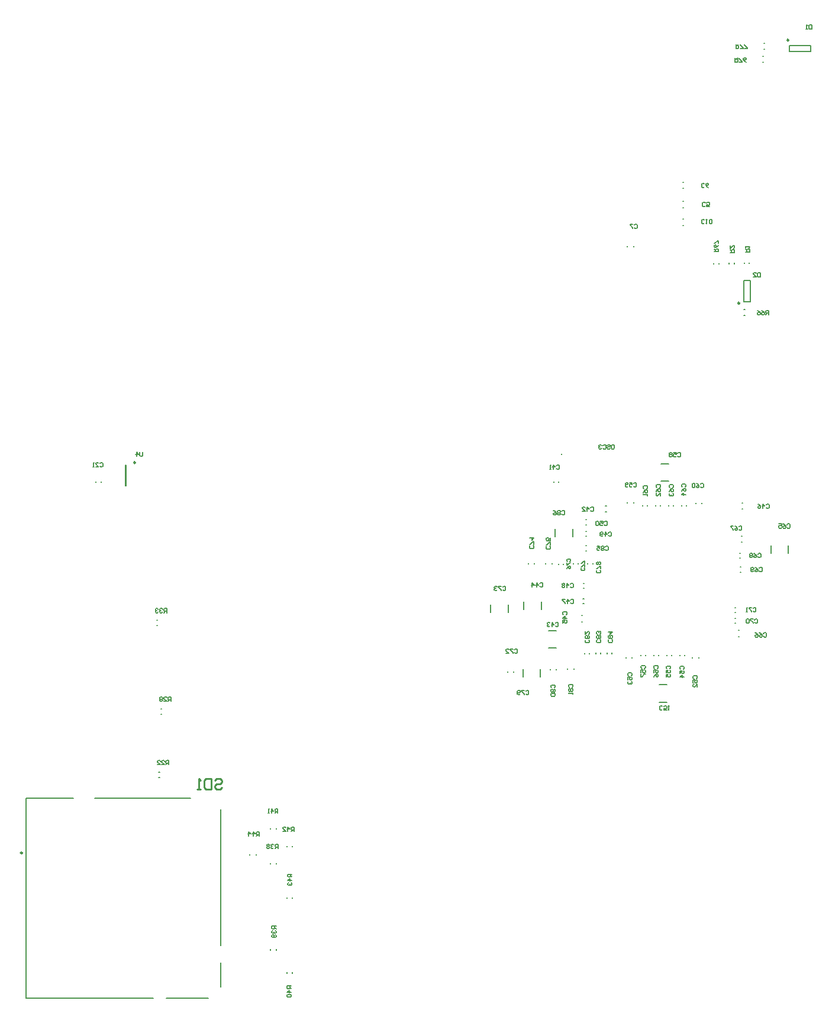
<source format=gbo>
G04 Layer_Color=32896*
%FSLAX44Y44*%
%MOMM*%
G71*
G01*
G75*
%ADD42C,0.2000*%
%ADD48C,0.2540*%
%ADD92C,0.2500*%
%ADD93C,0.3000*%
%ADD97C,0.1500*%
D42*
X208250Y550500D02*
X209250D01*
X208250Y542500D02*
X209250D01*
X214250Y423750D02*
X215250D01*
X214250Y415750D02*
X215250D01*
X211250Y333000D02*
X212250D01*
X211250Y325000D02*
X212250D01*
X776500Y747750D02*
Y748750D01*
X783500Y747750D02*
Y748750D01*
X850500Y705500D02*
X851500D01*
X850500Y713500D02*
X851500D01*
X778500Y670000D02*
Y681000D01*
X803501Y670000D02*
Y681000D01*
X822000Y649750D02*
X823000D01*
X822000Y656750D02*
X823000D01*
X719250Y475750D02*
Y476750D01*
X710250Y475750D02*
Y476750D01*
X1040500Y535750D02*
X1041500D01*
X1040500Y526750D02*
X1041500D01*
X1035750Y552750D02*
X1036750D01*
X1035750Y545750D02*
X1036750D01*
X1035500Y568250D02*
X1036500D01*
X1035500Y561250D02*
X1036500D01*
X1044750Y671000D02*
X1045750D01*
X1044750Y662000D02*
X1045750D01*
X1042500Y646250D02*
X1043500D01*
X1042500Y639250D02*
X1043500D01*
X1042750Y626250D02*
X1043750D01*
X1042750Y619250D02*
X1043750D01*
X1112000Y646250D02*
Y657250D01*
X1087000Y646250D02*
Y657250D01*
X927500Y458000D02*
X938500D01*
X927500Y433000D02*
X938500D01*
X983750Y496000D02*
Y497000D01*
X974750Y496000D02*
Y497000D01*
X963750Y499750D02*
Y500750D01*
X956750Y499750D02*
Y500750D01*
X945083Y499750D02*
Y500750D01*
X938083Y499750D02*
Y500750D01*
X926417Y499750D02*
Y500750D01*
X919417Y499750D02*
Y500750D01*
X907750Y499750D02*
Y500750D01*
X900751Y499750D02*
Y500750D01*
X888500Y496000D02*
Y497000D01*
X879500Y496000D02*
Y497000D01*
X816000Y547750D02*
X817000D01*
X816000Y556750D02*
X817000D01*
X818250Y574000D02*
X819250D01*
X818250Y581000D02*
X819250D01*
X818500Y596250D02*
X819500D01*
X818500Y603250D02*
X819500D01*
X822000Y670250D02*
X823000D01*
X822000Y677250D02*
X823000D01*
X733250Y565500D02*
Y576500D01*
X758250Y565500D02*
Y576500D01*
X822000Y687000D02*
X823000D01*
X822000Y694000D02*
X823000D01*
X1045500Y709250D02*
X1046500D01*
X1045500Y718250D02*
X1046500D01*
X832000Y630750D02*
Y631750D01*
X825000Y630750D02*
Y631750D01*
X811500Y630500D02*
Y631500D01*
X804500Y630500D02*
Y631500D01*
X790000Y630250D02*
Y631250D01*
X783000Y630250D02*
Y631250D01*
X773500Y631000D02*
Y632000D01*
X764500Y631000D02*
Y632000D01*
X748750Y631000D02*
Y632000D01*
X739750Y631000D02*
Y632000D01*
X959250Y714000D02*
Y715000D01*
X966250Y714000D02*
Y715000D01*
X940583Y714000D02*
Y715000D01*
X947583Y714000D02*
Y715000D01*
X921917Y714000D02*
Y715000D01*
X928917Y714000D02*
Y715000D01*
X903250Y714000D02*
Y715000D01*
X910250Y714000D02*
Y715000D01*
X979250Y717250D02*
Y718250D01*
X988250Y717250D02*
Y718250D01*
X881750Y717750D02*
Y718750D01*
X890750Y717750D02*
Y718750D01*
X929750Y774000D02*
X940750D01*
X929750Y749000D02*
X940750D01*
X890750Y1084250D02*
Y1085250D01*
X881750Y1084250D02*
Y1085250D01*
X163500Y772001D02*
X164500D01*
X163500Y743000D02*
X164500D01*
Y772001D01*
X163500Y743000D02*
Y772001D01*
X128750Y747250D02*
Y748250D01*
X120750Y747250D02*
Y748250D01*
X379250Y251750D02*
Y252750D01*
X371250Y251750D02*
Y252750D01*
X402500Y225750D02*
Y226750D01*
X394500Y225750D02*
Y226750D01*
X379249Y201250D02*
Y202250D01*
X371249Y201250D02*
Y202250D01*
X394500Y45250D02*
Y46250D01*
X402500Y45250D02*
Y46250D01*
X379250Y78250D02*
Y79250D01*
X371250Y78250D02*
Y79250D01*
X402500Y152250D02*
Y153250D01*
X394500Y152250D02*
Y153250D01*
X341250Y214500D02*
Y215500D01*
X350250Y214500D02*
Y215500D01*
X1113000Y1363750D02*
X1144000D01*
X1113000Y1372750D02*
X1144000D01*
Y1363750D02*
Y1372750D01*
X1113000Y1363750D02*
Y1372750D01*
X1077250Y1375750D02*
X1078250D01*
X1077250Y1367750D02*
X1078250D01*
X1075500Y1357000D02*
X1076500D01*
X1075500Y1349000D02*
X1076500D01*
X1048500Y994500D02*
X1049500D01*
X1048500Y986500D02*
X1049500D01*
X1057500Y1005750D02*
Y1036750D01*
X1048500Y1005750D02*
Y1036750D01*
X1057500D01*
X1048500Y1005750D02*
X1057500D01*
X1012750Y1059750D02*
Y1060750D01*
X1004750Y1059750D02*
Y1060750D01*
X1034250Y1060500D02*
Y1061500D01*
X1027250Y1060500D02*
Y1061500D01*
X1056250Y1061000D02*
Y1062000D01*
X1049250Y1061000D02*
Y1062000D01*
X961250Y1124250D02*
X962250D01*
X961250Y1115250D02*
X962250D01*
X961250Y1140750D02*
X962250D01*
X961250Y1149750D02*
X962250D01*
X961250Y1177250D02*
X962250D01*
X961250Y1168250D02*
X962250D01*
X711000Y561500D02*
Y572500D01*
X686000Y561500D02*
Y572500D01*
X757250Y469250D02*
Y480250D01*
X732250Y469250D02*
Y480250D01*
X780000Y479500D02*
Y480500D01*
X771000Y479500D02*
Y480500D01*
X805250Y479750D02*
Y480750D01*
X796250Y479750D02*
Y480750D01*
X768750Y535500D02*
X779750D01*
X768750Y510500D02*
X779750D01*
X827500Y502250D02*
Y503250D01*
X820500Y502250D02*
Y503250D01*
X843500Y502500D02*
Y503500D01*
X836500Y502500D02*
Y503500D01*
X859500Y502500D02*
Y503500D01*
X852500Y502500D02*
Y503500D01*
X299345Y84495D02*
Y279795D01*
Y25295D02*
Y60505D01*
X221950Y9675D02*
X281850D01*
X21350D02*
X202950D01*
X21350D02*
Y295675D01*
X89150D01*
X119150D02*
X256650D01*
D48*
X290969Y320894D02*
X293508Y323433D01*
X298587D01*
X301126Y320894D01*
Y318355D01*
X298587Y315816D01*
X293508D01*
X290969Y313276D01*
Y310737D01*
X293508Y308198D01*
X298587D01*
X301126Y310737D01*
X285891Y323433D02*
Y308198D01*
X278273D01*
X275734Y310737D01*
Y320894D01*
X278273Y323433D01*
X285891D01*
X270656Y308198D02*
X265578D01*
X268117D01*
Y323433D01*
X270656Y320894D01*
D92*
X177750Y775750D02*
G03*
X177750Y775750I-1250J0D01*
G01*
X1112500Y1380250D02*
G03*
X1112500Y1380250I-1250J0D01*
G01*
X1042250Y1004000D02*
G03*
X1042250Y1004000I-1250J0D01*
G01*
X16100Y217245D02*
G03*
X16100Y217245I-1270J0D01*
G01*
D93*
X787280Y787470D02*
D03*
D97*
X188188Y790830D02*
Y785832D01*
X187188Y784832D01*
X185189D01*
X184189Y785832D01*
Y790830D01*
X179191Y784832D02*
Y790830D01*
X182190Y787831D01*
X178191D01*
X1037000Y1374250D02*
Y1368252D01*
X1039999D01*
X1040999Y1369252D01*
Y1371251D01*
X1039999Y1372251D01*
X1037000D01*
X1038999D02*
X1040999Y1374250D01*
X1042998Y1368252D02*
X1046997D01*
Y1369252D01*
X1042998Y1373250D01*
Y1374250D01*
X1048996Y1368252D02*
X1052995D01*
Y1369252D01*
X1048996Y1373250D01*
Y1374250D01*
X1035500Y1355000D02*
Y1349002D01*
X1038499D01*
X1039499Y1350002D01*
Y1352001D01*
X1038499Y1353001D01*
X1035500D01*
X1037499D02*
X1039499Y1355000D01*
X1041498Y1349002D02*
X1045497D01*
Y1350002D01*
X1041498Y1354000D01*
Y1355000D01*
X1051495Y1349002D02*
X1049495Y1350002D01*
X1047496Y1352001D01*
Y1354000D01*
X1048496Y1355000D01*
X1050495D01*
X1051495Y1354000D01*
Y1353001D01*
X1050495Y1352001D01*
X1047496D01*
X1005750Y1077500D02*
X1011748D01*
Y1080499D01*
X1010748Y1081499D01*
X1008749D01*
X1007749Y1080499D01*
Y1077500D01*
Y1079499D02*
X1005750Y1081499D01*
X1011748Y1087497D02*
X1010748Y1085497D01*
X1008749Y1083498D01*
X1006750D01*
X1005750Y1084498D01*
Y1086497D01*
X1006750Y1087497D01*
X1007749D01*
X1008749Y1086497D01*
Y1083498D01*
X1011748Y1089496D02*
Y1093495D01*
X1010748D01*
X1006750Y1089496D01*
X1005750D01*
X1083500Y987500D02*
Y993498D01*
X1080501D01*
X1079501Y992498D01*
Y990499D01*
X1080501Y989499D01*
X1083500D01*
X1081501D02*
X1079501Y987500D01*
X1073503Y993498D02*
X1075503Y992498D01*
X1077502Y990499D01*
Y988500D01*
X1076502Y987500D01*
X1074503D01*
X1073503Y988500D01*
Y989499D01*
X1074503Y990499D01*
X1077502D01*
X1067505Y993498D02*
X1069504Y992498D01*
X1071504Y990499D01*
Y988500D01*
X1070504Y987500D01*
X1068505D01*
X1067505Y988500D01*
Y989499D01*
X1068505Y990499D01*
X1071504D01*
X354946Y241344D02*
Y247342D01*
X351947D01*
X350947Y246342D01*
Y244343D01*
X351947Y243343D01*
X354946D01*
X352947D02*
X350947Y241344D01*
X345949D02*
Y247342D01*
X348948Y244343D01*
X344949D01*
X339951Y241344D02*
Y247342D01*
X342950Y244343D01*
X338951D01*
X401750Y186750D02*
X395752D01*
Y183751D01*
X396752Y182751D01*
X398751D01*
X399751Y183751D01*
Y186750D01*
Y184751D02*
X401750Y182751D01*
Y177753D02*
X395752D01*
X398751Y180752D01*
Y176753D01*
X396752Y174754D02*
X395752Y173754D01*
Y171755D01*
X396752Y170755D01*
X397752D01*
X398751Y171755D01*
Y172754D01*
Y171755D01*
X399751Y170755D01*
X400751D01*
X401750Y171755D01*
Y173754D01*
X400751Y174754D01*
X404638Y248158D02*
Y254156D01*
X401639D01*
X400639Y253156D01*
Y251157D01*
X401639Y250157D01*
X404638D01*
X402639D02*
X400639Y248158D01*
X395641D02*
Y254156D01*
X398640Y251157D01*
X394641D01*
X388643Y248158D02*
X392642D01*
X388643Y252157D01*
Y253156D01*
X389643Y254156D01*
X391642D01*
X392642Y253156D01*
X381390Y274194D02*
Y280192D01*
X378391D01*
X377391Y279192D01*
Y277193D01*
X378391Y276193D01*
X381390D01*
X379390D02*
X377391Y274194D01*
X372393D02*
Y280192D01*
X375392Y277193D01*
X371393D01*
X369394Y274194D02*
X367394D01*
X368394D01*
Y280192D01*
X369394Y279192D01*
X400750Y26750D02*
X394752D01*
Y23751D01*
X395752Y22751D01*
X397751D01*
X398751Y23751D01*
Y26750D01*
Y24751D02*
X400750Y22751D01*
Y17753D02*
X394752D01*
X397751Y20752D01*
Y16753D01*
X395752Y14754D02*
X394752Y13754D01*
Y11755D01*
X395752Y10755D01*
X399750D01*
X400750Y11755D01*
Y13754D01*
X399750Y14754D01*
X395752D01*
X379000Y112250D02*
X373002D01*
Y109251D01*
X374002Y108251D01*
X376001D01*
X377001Y109251D01*
Y112250D01*
Y110251D02*
X379000Y108251D01*
X374002Y106252D02*
X373002Y105252D01*
Y103253D01*
X374002Y102253D01*
X375001D01*
X376001Y103253D01*
Y104253D01*
Y103253D01*
X377001Y102253D01*
X378000D01*
X379000Y103253D01*
Y105252D01*
X378000Y106252D01*
Y100254D02*
X379000Y99254D01*
Y97255D01*
X378000Y96255D01*
X374002D01*
X373002Y97255D01*
Y99254D01*
X374002Y100254D01*
X375001D01*
X376001Y99254D01*
Y96255D01*
X381516Y223616D02*
Y229614D01*
X378517D01*
X377517Y228614D01*
Y226615D01*
X378517Y225615D01*
X381516D01*
X379516D02*
X377517Y223616D01*
X375518Y228614D02*
X374518Y229614D01*
X372519D01*
X371519Y228614D01*
Y227615D01*
X372519Y226615D01*
X373518D01*
X372519D01*
X371519Y225615D01*
Y224616D01*
X372519Y223616D01*
X374518D01*
X375518Y224616D01*
X369520Y228614D02*
X368520Y229614D01*
X366520D01*
X365521Y228614D01*
Y227615D01*
X366520Y226615D01*
X365521Y225615D01*
Y224616D01*
X366520Y223616D01*
X368520D01*
X369520Y224616D01*
Y225615D01*
X368520Y226615D01*
X369520Y227615D01*
Y228614D01*
X368520Y226615D02*
X366520D01*
X222384Y560926D02*
Y566924D01*
X219385D01*
X218385Y565925D01*
Y563925D01*
X219385Y562926D01*
X222384D01*
X220385D02*
X218385Y560926D01*
X216386Y565925D02*
X215386Y566924D01*
X213387D01*
X212387Y565925D01*
Y564925D01*
X213387Y563925D01*
X214387D01*
X213387D01*
X212387Y562926D01*
Y561926D01*
X213387Y560926D01*
X215386D01*
X216386Y561926D01*
X210388Y565925D02*
X209388Y566924D01*
X207389D01*
X206389Y565925D01*
Y564925D01*
X207389Y563925D01*
X208389D01*
X207389D01*
X206389Y562926D01*
Y561926D01*
X207389Y560926D01*
X209388D01*
X210388Y561926D01*
X228480Y434180D02*
Y440178D01*
X225481D01*
X224481Y439179D01*
Y437179D01*
X225481Y436180D01*
X228480D01*
X226481D02*
X224481Y434180D01*
X218483D02*
X222482D01*
X218483Y438179D01*
Y439179D01*
X219483Y440178D01*
X221482D01*
X222482Y439179D01*
X216484D02*
X215484Y440178D01*
X213485D01*
X212485Y439179D01*
Y438179D01*
X213485Y437179D01*
X212485Y436180D01*
Y435180D01*
X213485Y434180D01*
X215484D01*
X216484Y435180D01*
Y436180D01*
X215484Y437179D01*
X216484Y438179D01*
Y439179D01*
X215484Y437179D02*
X213485D01*
X225444Y343438D02*
Y349436D01*
X222445D01*
X221445Y348437D01*
Y346437D01*
X222445Y345438D01*
X225444D01*
X223445D02*
X221445Y343438D01*
X215447D02*
X219446D01*
X215447Y347437D01*
Y348437D01*
X216447Y349436D01*
X218446D01*
X219446Y348437D01*
X209449Y343438D02*
X213448D01*
X209449Y347437D01*
Y348437D01*
X210449Y349436D01*
X212448D01*
X213448Y348437D01*
X1028750Y1076500D02*
X1034748D01*
Y1079499D01*
X1033748Y1080499D01*
X1031749D01*
X1030749Y1079499D01*
Y1076500D01*
Y1078499D02*
X1028750Y1080499D01*
Y1086497D02*
Y1082498D01*
X1032749Y1086497D01*
X1033748D01*
X1034748Y1085497D01*
Y1083498D01*
X1033748Y1082498D01*
X1050750Y1077250D02*
X1056748D01*
Y1080249D01*
X1055748Y1081249D01*
X1053749D01*
X1052749Y1080249D01*
Y1077250D01*
Y1079249D02*
X1050750Y1081249D01*
Y1083248D02*
Y1085247D01*
Y1084248D01*
X1056748D01*
X1055748Y1083248D01*
X859683Y801430D02*
X861682D01*
X862682Y800430D01*
Y796432D01*
X861682Y795432D01*
X859683D01*
X858683Y796432D01*
Y800430D01*
X859683Y801430D01*
X852685Y800430D02*
X853685Y801430D01*
X855684D01*
X856684Y800430D01*
Y799431D01*
X855684Y798431D01*
X853685D01*
X852685Y797431D01*
Y796432D01*
X853685Y795432D01*
X855684D01*
X856684Y796432D01*
X846687Y800430D02*
X847687Y801430D01*
X849686D01*
X850686Y800430D01*
Y796432D01*
X849686Y795432D01*
X847687D01*
X846687Y796432D01*
X844688Y800430D02*
X843688Y801430D01*
X841689D01*
X840689Y800430D01*
Y799431D01*
X841689Y798431D01*
X842689D01*
X841689D01*
X840689Y797431D01*
Y796432D01*
X841689Y795432D01*
X843688D01*
X844688Y796432D01*
X1071750Y1047498D02*
Y1041500D01*
X1068751D01*
X1067751Y1042500D01*
Y1046498D01*
X1068751Y1047498D01*
X1071750D01*
X1061753Y1041500D02*
X1065752D01*
X1061753Y1045499D01*
Y1046498D01*
X1062753Y1047498D01*
X1064752D01*
X1065752Y1046498D01*
X1145354Y1401990D02*
Y1395992D01*
X1142355D01*
X1141355Y1396992D01*
Y1400990D01*
X1142355Y1401990D01*
X1145354D01*
X1139356Y1395992D02*
X1137357D01*
X1138356D01*
Y1401990D01*
X1139356Y1400990D01*
X787751Y705998D02*
X788751Y706998D01*
X790750D01*
X791750Y705998D01*
Y702000D01*
X790750Y701000D01*
X788751D01*
X787751Y702000D01*
X785752Y705998D02*
X784752Y706998D01*
X782753D01*
X781753Y705998D01*
Y704999D01*
X782753Y703999D01*
X781753Y702999D01*
Y702000D01*
X782753Y701000D01*
X784752D01*
X785752Y702000D01*
Y702999D01*
X784752Y703999D01*
X785752Y704999D01*
Y705998D01*
X784752Y703999D02*
X782753D01*
X775755Y706998D02*
X777755Y705998D01*
X779754Y703999D01*
Y702000D01*
X778754Y701000D01*
X776755D01*
X775755Y702000D01*
Y702999D01*
X776755Y703999D01*
X779754D01*
X850001Y655248D02*
X851001Y656248D01*
X853000D01*
X854000Y655248D01*
Y651250D01*
X853000Y650250D01*
X851001D01*
X850001Y651250D01*
X848002Y655248D02*
X847002Y656248D01*
X845003D01*
X844003Y655248D01*
Y654249D01*
X845003Y653249D01*
X844003Y652249D01*
Y651250D01*
X845003Y650250D01*
X847002D01*
X848002Y651250D01*
Y652249D01*
X847002Y653249D01*
X848002Y654249D01*
Y655248D01*
X847002Y653249D02*
X845003D01*
X838005Y656248D02*
X842004D01*
Y653249D01*
X840005Y654249D01*
X839005D01*
X838005Y653249D01*
Y651250D01*
X839005Y650250D01*
X841004D01*
X842004Y651250D01*
X858998Y522499D02*
X859998Y521499D01*
Y519500D01*
X858998Y518500D01*
X855000D01*
X854000Y519500D01*
Y521499D01*
X855000Y522499D01*
X858998Y524498D02*
X859998Y525498D01*
Y527497D01*
X858998Y528497D01*
X857999D01*
X856999Y527497D01*
X855999Y528497D01*
X855000D01*
X854000Y527497D01*
Y525498D01*
X855000Y524498D01*
X855999D01*
X856999Y525498D01*
X857999Y524498D01*
X858998D01*
X856999Y525498D02*
Y527497D01*
X854000Y533495D02*
X859998D01*
X856999Y530496D01*
Y534495D01*
X842748Y522249D02*
X843748Y521249D01*
Y519250D01*
X842748Y518250D01*
X838750D01*
X837750Y519250D01*
Y521249D01*
X838750Y522249D01*
X842748Y524248D02*
X843748Y525248D01*
Y527247D01*
X842748Y528247D01*
X841749D01*
X840749Y527247D01*
X839749Y528247D01*
X838750D01*
X837750Y527247D01*
Y525248D01*
X838750Y524248D01*
X839749D01*
X840749Y525248D01*
X841749Y524248D01*
X842748D01*
X840749Y525248D02*
Y527247D01*
X842748Y530246D02*
X843748Y531246D01*
Y533245D01*
X842748Y534245D01*
X841749D01*
X840749Y533245D01*
Y532245D01*
Y533245D01*
X839749Y534245D01*
X838750D01*
X837750Y533245D01*
Y531246D01*
X838750Y530246D01*
X826498Y521999D02*
X827498Y520999D01*
Y519000D01*
X826498Y518000D01*
X822500D01*
X821500Y519000D01*
Y520999D01*
X822500Y521999D01*
X826498Y523998D02*
X827498Y524998D01*
Y526997D01*
X826498Y527997D01*
X825499D01*
X824499Y526997D01*
X823499Y527997D01*
X822500D01*
X821500Y526997D01*
Y524998D01*
X822500Y523998D01*
X823499D01*
X824499Y524998D01*
X825499Y523998D01*
X826498D01*
X824499Y524998D02*
Y526997D01*
X821500Y533995D02*
Y529996D01*
X825499Y533995D01*
X826498D01*
X827498Y532995D01*
Y530996D01*
X826498Y529996D01*
X798502Y454251D02*
X797502Y455251D01*
Y457250D01*
X798502Y458250D01*
X802500D01*
X803500Y457250D01*
Y455251D01*
X802500Y454251D01*
X798502Y452252D02*
X797502Y451252D01*
Y449253D01*
X798502Y448253D01*
X799501D01*
X800501Y449253D01*
X801501Y448253D01*
X802500D01*
X803500Y449253D01*
Y451252D01*
X802500Y452252D01*
X801501D01*
X800501Y451252D01*
X799501Y452252D01*
X798502D01*
X800501Y451252D02*
Y449253D01*
X803500Y446254D02*
Y444254D01*
Y445254D01*
X797502D01*
X798502Y446254D01*
X773252Y453501D02*
X772252Y454501D01*
Y456500D01*
X773252Y457500D01*
X777250D01*
X778250Y456500D01*
Y454501D01*
X777250Y453501D01*
X773252Y451502D02*
X772252Y450502D01*
Y448503D01*
X773252Y447503D01*
X774251D01*
X775251Y448503D01*
X776251Y447503D01*
X777250D01*
X778250Y448503D01*
Y450502D01*
X777250Y451502D01*
X776251D01*
X775251Y450502D01*
X774251Y451502D01*
X773252D01*
X775251Y450502D02*
Y448503D01*
X773252Y445504D02*
X772252Y444504D01*
Y442505D01*
X773252Y441505D01*
X777250D01*
X778250Y442505D01*
Y444504D01*
X777250Y445504D01*
X773252D01*
X736251Y448498D02*
X737251Y449498D01*
X739250D01*
X740250Y448498D01*
Y444500D01*
X739250Y443500D01*
X737251D01*
X736251Y444500D01*
X734252Y449498D02*
X730253D01*
Y448498D01*
X734252Y444500D01*
Y443500D01*
X728254Y444500D02*
X727254Y443500D01*
X725255D01*
X724255Y444500D01*
Y448498D01*
X725255Y449498D01*
X727254D01*
X728254Y448498D01*
Y447499D01*
X727254Y446499D01*
X724255D01*
X842248Y621749D02*
X843248Y620749D01*
Y618750D01*
X842248Y617750D01*
X838250D01*
X837250Y618750D01*
Y620749D01*
X838250Y621749D01*
X843248Y623748D02*
Y627747D01*
X842248D01*
X838250Y623748D01*
X837250D01*
X842248Y629746D02*
X843248Y630746D01*
Y632745D01*
X842248Y633745D01*
X841249D01*
X840249Y632745D01*
X839249Y633745D01*
X838250D01*
X837250Y632745D01*
Y630746D01*
X838250Y629746D01*
X839249D01*
X840249Y630746D01*
X841249Y629746D01*
X842248D01*
X840249Y630746D02*
Y632745D01*
X819915Y624832D02*
X820748Y623999D01*
Y622333D01*
X819915Y621500D01*
X816583D01*
X815750Y622333D01*
Y623999D01*
X816583Y624832D01*
X820748Y626498D02*
Y629831D01*
X819915D01*
X816583Y626498D01*
X815750D01*
X820748Y631497D02*
Y634829D01*
X819915D01*
X816583Y631497D01*
X815750D01*
X795585Y633918D02*
X794752Y634751D01*
Y636417D01*
X795585Y637250D01*
X798917D01*
X799750Y636417D01*
Y634751D01*
X798917Y633918D01*
X794752Y632252D02*
Y628919D01*
X795585D01*
X798917Y632252D01*
X799750D01*
X794752Y623921D02*
X795585Y625587D01*
X797251Y627253D01*
X798917D01*
X799750Y626420D01*
Y624754D01*
X798917Y623921D01*
X798084D01*
X797251Y624754D01*
Y627253D01*
X770248Y656249D02*
X771248Y655249D01*
Y653250D01*
X770248Y652250D01*
X766250D01*
X765250Y653250D01*
Y655249D01*
X766250Y656249D01*
X771248Y658248D02*
Y662247D01*
X770248D01*
X766250Y658248D01*
X765250D01*
X771248Y668245D02*
Y664246D01*
X768249D01*
X769249Y666245D01*
Y667245D01*
X768249Y668245D01*
X766250D01*
X765250Y667245D01*
Y665246D01*
X766250Y664246D01*
X746748Y656999D02*
X747748Y655999D01*
Y654000D01*
X746748Y653000D01*
X742750D01*
X741750Y654000D01*
Y655999D01*
X742750Y656999D01*
X747748Y658998D02*
Y662997D01*
X746748D01*
X742750Y658998D01*
X741750D01*
Y667995D02*
X747748D01*
X744749Y664996D01*
Y668995D01*
X703251Y597748D02*
X704251Y598748D01*
X706250D01*
X707250Y597748D01*
Y593750D01*
X706250Y592750D01*
X704251D01*
X703251Y593750D01*
X701252Y598748D02*
X697253D01*
Y597748D01*
X701252Y593750D01*
Y592750D01*
X695254Y597748D02*
X694254Y598748D01*
X692255D01*
X691255Y597748D01*
Y596749D01*
X692255Y595749D01*
X693254D01*
X692255D01*
X691255Y594749D01*
Y593750D01*
X692255Y592750D01*
X694254D01*
X695254Y593750D01*
X720117Y507690D02*
X721117Y508690D01*
X723116D01*
X724116Y507690D01*
Y503692D01*
X723116Y502692D01*
X721117D01*
X720117Y503692D01*
X718118Y508690D02*
X714119D01*
Y507690D01*
X718118Y503692D01*
Y502692D01*
X708121D02*
X712120D01*
X708121Y506691D01*
Y507690D01*
X709121Y508690D01*
X711120D01*
X712120Y507690D01*
X1061501Y567249D02*
X1062501Y568248D01*
X1064501D01*
X1065500Y567249D01*
Y563250D01*
X1064501Y562250D01*
X1062501D01*
X1061501Y563250D01*
X1059502Y568248D02*
X1055503D01*
Y567249D01*
X1059502Y563250D01*
Y562250D01*
X1053504D02*
X1051505D01*
X1052504D01*
Y568248D01*
X1053504Y567249D01*
X1063751Y550748D02*
X1064751Y551748D01*
X1066750D01*
X1067750Y550748D01*
Y546750D01*
X1066750Y545750D01*
X1064751D01*
X1063751Y546750D01*
X1061752Y551748D02*
X1057753D01*
Y550748D01*
X1061752Y546750D01*
Y545750D01*
X1055754Y550748D02*
X1054754Y551748D01*
X1052755D01*
X1051755Y550748D01*
Y546750D01*
X1052755Y545750D01*
X1054754D01*
X1055754Y546750D01*
Y550748D01*
X1070251Y624748D02*
X1071251Y625748D01*
X1073250D01*
X1074250Y624748D01*
Y620750D01*
X1073250Y619750D01*
X1071251D01*
X1070251Y620750D01*
X1064253Y625748D02*
X1066253Y624748D01*
X1068252Y622749D01*
Y620750D01*
X1067252Y619750D01*
X1065253D01*
X1064253Y620750D01*
Y621749D01*
X1065253Y622749D01*
X1068252D01*
X1062254Y620750D02*
X1061254Y619750D01*
X1059255D01*
X1058255Y620750D01*
Y624748D01*
X1059255Y625748D01*
X1061254D01*
X1062254Y624748D01*
Y623749D01*
X1061254Y622749D01*
X1058255D01*
X1068501Y644748D02*
X1069501Y645748D01*
X1071500D01*
X1072500Y644748D01*
Y640750D01*
X1071500Y639750D01*
X1069501D01*
X1068501Y640750D01*
X1062503Y645748D02*
X1064503Y644748D01*
X1066502Y642749D01*
Y640750D01*
X1065502Y639750D01*
X1063503D01*
X1062503Y640750D01*
Y641749D01*
X1063503Y642749D01*
X1066502D01*
X1060504Y644748D02*
X1059504Y645748D01*
X1057505D01*
X1056505Y644748D01*
Y643749D01*
X1057505Y642749D01*
X1056505Y641749D01*
Y640750D01*
X1057505Y639750D01*
X1059504D01*
X1060504Y640750D01*
Y641749D01*
X1059504Y642749D01*
X1060504Y643749D01*
Y644748D01*
X1059504Y642749D02*
X1057505D01*
X1041251Y683998D02*
X1042251Y684998D01*
X1044250D01*
X1045250Y683998D01*
Y680000D01*
X1044250Y679000D01*
X1042251D01*
X1041251Y680000D01*
X1035253Y684998D02*
X1037253Y683998D01*
X1039252Y681999D01*
Y680000D01*
X1038252Y679000D01*
X1036253D01*
X1035253Y680000D01*
Y680999D01*
X1036253Y681999D01*
X1039252D01*
X1033254Y684998D02*
X1029255D01*
Y683998D01*
X1033254Y680000D01*
Y679000D01*
X1076501Y531248D02*
X1077501Y532248D01*
X1079500D01*
X1080500Y531248D01*
Y527250D01*
X1079500Y526250D01*
X1077501D01*
X1076501Y527250D01*
X1070503Y532248D02*
X1072503Y531248D01*
X1074502Y529249D01*
Y527250D01*
X1073502Y526250D01*
X1071503D01*
X1070503Y527250D01*
Y528249D01*
X1071503Y529249D01*
X1074502D01*
X1064505Y532248D02*
X1066505Y531248D01*
X1068504Y529249D01*
Y527250D01*
X1067504Y526250D01*
X1065505D01*
X1064505Y527250D01*
Y528249D01*
X1065505Y529249D01*
X1068504D01*
X1110291Y686996D02*
X1111291Y687996D01*
X1113290D01*
X1114290Y686996D01*
Y682998D01*
X1113290Y681998D01*
X1111291D01*
X1110291Y682998D01*
X1104293Y687996D02*
X1106293Y686996D01*
X1108292Y684997D01*
Y682998D01*
X1107292Y681998D01*
X1105293D01*
X1104293Y682998D01*
Y683997D01*
X1105293Y684997D01*
X1108292D01*
X1098295Y687996D02*
X1102294D01*
Y684997D01*
X1100294Y685997D01*
X1099295D01*
X1098295Y684997D01*
Y682998D01*
X1099295Y681998D01*
X1101294D01*
X1102294Y682998D01*
X960252Y740751D02*
X959252Y741751D01*
Y743750D01*
X960252Y744750D01*
X964250D01*
X965250Y743750D01*
Y741751D01*
X964250Y740751D01*
X959252Y734753D02*
X960252Y736753D01*
X962251Y738752D01*
X964250D01*
X965250Y737752D01*
Y735753D01*
X964250Y734753D01*
X963251D01*
X962251Y735753D01*
Y738752D01*
X965250Y729755D02*
X959252D01*
X962251Y732754D01*
Y728755D01*
X942335Y740001D02*
X941335Y741001D01*
Y743000D01*
X942335Y744000D01*
X946334D01*
X947333Y743000D01*
Y741001D01*
X946334Y740001D01*
X941335Y734003D02*
X942335Y736003D01*
X944334Y738002D01*
X946334D01*
X947333Y737002D01*
Y735003D01*
X946334Y734003D01*
X945334D01*
X944334Y735003D01*
Y738002D01*
X942335Y732004D02*
X941335Y731004D01*
Y729005D01*
X942335Y728005D01*
X943335D01*
X944334Y729005D01*
Y730005D01*
Y729005D01*
X945334Y728005D01*
X946334D01*
X947333Y729005D01*
Y731004D01*
X946334Y732004D01*
X923668Y740251D02*
X922669Y741251D01*
Y743250D01*
X923668Y744250D01*
X927667D01*
X928667Y743250D01*
Y741251D01*
X927667Y740251D01*
X922669Y734253D02*
X923668Y736253D01*
X925668Y738252D01*
X927667D01*
X928667Y737252D01*
Y735253D01*
X927667Y734253D01*
X926667D01*
X925668Y735253D01*
Y738252D01*
X928667Y728255D02*
Y732254D01*
X924668Y728255D01*
X923668D01*
X922669Y729255D01*
Y731254D01*
X923668Y732254D01*
X905002Y738501D02*
X904002Y739501D01*
Y741500D01*
X905002Y742500D01*
X909000D01*
X910000Y741500D01*
Y739501D01*
X909000Y738501D01*
X904002Y732503D02*
X905002Y734503D01*
X907001Y736502D01*
X909000D01*
X910000Y735502D01*
Y733503D01*
X909000Y732503D01*
X908001D01*
X907001Y733503D01*
Y736502D01*
X910000Y730504D02*
Y728505D01*
Y729504D01*
X904002D01*
X905002Y730504D01*
X986251Y744999D02*
X987251Y745998D01*
X989250D01*
X990250Y744999D01*
Y741000D01*
X989250Y740000D01*
X987251D01*
X986251Y741000D01*
X980253Y745998D02*
X982253Y744999D01*
X984252Y742999D01*
Y741000D01*
X983252Y740000D01*
X981253D01*
X980253Y741000D01*
Y742000D01*
X981253Y742999D01*
X984252D01*
X978254Y744999D02*
X977254Y745998D01*
X975255D01*
X974255Y744999D01*
Y741000D01*
X975255Y740000D01*
X977254D01*
X978254Y741000D01*
Y744999D01*
X890501Y745998D02*
X891501Y746998D01*
X893500D01*
X894500Y745998D01*
Y742000D01*
X893500Y741000D01*
X891501D01*
X890501Y742000D01*
X884503Y746998D02*
X888502D01*
Y743999D01*
X886503Y744999D01*
X885503D01*
X884503Y743999D01*
Y742000D01*
X885503Y741000D01*
X887502D01*
X888502Y742000D01*
X882504D02*
X881504Y741000D01*
X879505D01*
X878505Y742000D01*
Y745998D01*
X879505Y746998D01*
X881504D01*
X882504Y745998D01*
Y744999D01*
X881504Y743999D01*
X878505D01*
X953481Y789330D02*
X954481Y790330D01*
X956480D01*
X957480Y789330D01*
Y785332D01*
X956480Y784332D01*
X954481D01*
X953481Y785332D01*
X947483Y790330D02*
X951482D01*
Y787331D01*
X949483Y788331D01*
X948483D01*
X947483Y787331D01*
Y785332D01*
X948483Y784332D01*
X950482D01*
X951482Y785332D01*
X945484Y789330D02*
X944484Y790330D01*
X942485D01*
X941485Y789330D01*
Y788331D01*
X942485Y787331D01*
X941485Y786331D01*
Y785332D01*
X942485Y784332D01*
X944484D01*
X945484Y785332D01*
Y786331D01*
X944484Y787331D01*
X945484Y788331D01*
Y789330D01*
X944484Y787331D02*
X942485D01*
X902252Y481251D02*
X901252Y482251D01*
Y484250D01*
X902252Y485250D01*
X906251D01*
X907250Y484250D01*
Y482251D01*
X906251Y481251D01*
X901252Y475253D02*
Y479252D01*
X904251D01*
X903251Y477253D01*
Y476253D01*
X904251Y475253D01*
X906251D01*
X907250Y476253D01*
Y478252D01*
X906251Y479252D01*
X901252Y473254D02*
Y469255D01*
X902252D01*
X906251Y473254D01*
X907250D01*
X920668Y481001D02*
X919669Y482001D01*
Y484000D01*
X920668Y485000D01*
X924667D01*
X925667Y484000D01*
Y482001D01*
X924667Y481001D01*
X919669Y475003D02*
Y479002D01*
X922668D01*
X921668Y477003D01*
Y476003D01*
X922668Y475003D01*
X924667D01*
X925667Y476003D01*
Y478002D01*
X924667Y479002D01*
X919669Y469005D02*
X920668Y471005D01*
X922668Y473004D01*
X924667D01*
X925667Y472004D01*
Y470005D01*
X924667Y469005D01*
X923667D01*
X922668Y470005D01*
Y473004D01*
X938085Y480751D02*
X937085Y481751D01*
Y483750D01*
X938085Y484750D01*
X942084D01*
X943083Y483750D01*
Y481751D01*
X942084Y480751D01*
X937085Y474753D02*
Y478752D01*
X940084D01*
X939085Y476753D01*
Y475753D01*
X940084Y474753D01*
X942084D01*
X943083Y475753D01*
Y477752D01*
X942084Y478752D01*
X937085Y468755D02*
Y472754D01*
X940084D01*
X939085Y470755D01*
Y469755D01*
X940084Y468755D01*
X942084D01*
X943083Y469755D01*
Y471754D01*
X942084Y472754D01*
X957751Y480001D02*
X956752Y481001D01*
Y483000D01*
X957751Y484000D01*
X961750D01*
X962750Y483000D01*
Y481001D01*
X961750Y480001D01*
X956752Y474003D02*
Y478002D01*
X959751D01*
X958751Y476003D01*
Y475003D01*
X959751Y474003D01*
X961750D01*
X962750Y475003D01*
Y477002D01*
X961750Y478002D01*
X962750Y469005D02*
X956752D01*
X959751Y472004D01*
Y468005D01*
X883502Y470751D02*
X882502Y471751D01*
Y473750D01*
X883502Y474750D01*
X887500D01*
X888500Y473750D01*
Y471751D01*
X887500Y470751D01*
X882502Y464753D02*
Y468752D01*
X885501D01*
X884501Y466753D01*
Y465753D01*
X885501Y464753D01*
X887500D01*
X888500Y465753D01*
Y467752D01*
X887500Y468752D01*
X883502Y462754D02*
X882502Y461754D01*
Y459755D01*
X883502Y458755D01*
X884501D01*
X885501Y459755D01*
Y460755D01*
Y459755D01*
X886501Y458755D01*
X887500D01*
X888500Y459755D01*
Y461754D01*
X887500Y462754D01*
X976752Y466751D02*
X975752Y467751D01*
Y469750D01*
X976752Y470750D01*
X980750D01*
X981750Y469750D01*
Y467751D01*
X980750Y466751D01*
X975752Y460753D02*
Y464752D01*
X978751D01*
X977751Y462752D01*
Y461753D01*
X978751Y460753D01*
X980750D01*
X981750Y461753D01*
Y463752D01*
X980750Y464752D01*
X981750Y454755D02*
Y458754D01*
X977751Y454755D01*
X976752D01*
X975752Y455755D01*
Y457754D01*
X976752Y458754D01*
X931749Y422502D02*
X930749Y421502D01*
X928750D01*
X927750Y422502D01*
Y426500D01*
X928750Y427500D01*
X930749D01*
X931749Y426500D01*
X937747Y421502D02*
X933748D01*
Y424501D01*
X935748Y423501D01*
X936747D01*
X937747Y424501D01*
Y426500D01*
X936747Y427500D01*
X934748D01*
X933748Y426500D01*
X939746Y427500D02*
X941746D01*
X940746D01*
Y421502D01*
X939746Y422502D01*
X848501Y690748D02*
X849501Y691748D01*
X851500D01*
X852500Y690748D01*
Y686750D01*
X851500Y685750D01*
X849501D01*
X848501Y686750D01*
X842503Y691748D02*
X846502D01*
Y688749D01*
X844503Y689749D01*
X843503D01*
X842503Y688749D01*
Y686750D01*
X843503Y685750D01*
X845502D01*
X846502Y686750D01*
X840504Y690748D02*
X839504Y691748D01*
X837505D01*
X836505Y690748D01*
Y686750D01*
X837505Y685750D01*
X839504D01*
X840504Y686750D01*
Y690748D01*
X854751Y675248D02*
X855751Y676248D01*
X857750D01*
X858750Y675248D01*
Y671250D01*
X857750Y670250D01*
X855751D01*
X854751Y671250D01*
X849753Y670250D02*
Y676248D01*
X852752Y673249D01*
X848753D01*
X846754Y671250D02*
X845754Y670250D01*
X843755D01*
X842755Y671250D01*
Y675248D01*
X843755Y676248D01*
X845754D01*
X846754Y675248D01*
Y674249D01*
X845754Y673249D01*
X842755D01*
X800001Y601998D02*
X801001Y602998D01*
X803000D01*
X804000Y601998D01*
Y598000D01*
X803000Y597000D01*
X801001D01*
X800001Y598000D01*
X795003Y597000D02*
Y602998D01*
X798002Y599999D01*
X794003D01*
X792004Y601998D02*
X791004Y602998D01*
X789005D01*
X788005Y601998D01*
Y600999D01*
X789005Y599999D01*
X788005Y598999D01*
Y598000D01*
X789005Y597000D01*
X791004D01*
X792004Y598000D01*
Y598999D01*
X791004Y599999D01*
X792004Y600999D01*
Y601998D01*
X791004Y599999D02*
X789005D01*
X800501Y579248D02*
X801501Y580248D01*
X803500D01*
X804500Y579248D01*
Y575250D01*
X803500Y574250D01*
X801501D01*
X800501Y575250D01*
X795503Y574250D02*
Y580248D01*
X798502Y577249D01*
X794503D01*
X792504Y580248D02*
X788505D01*
Y579248D01*
X792504Y575250D01*
Y574250D01*
X1080251Y715498D02*
X1081251Y716498D01*
X1083250D01*
X1084250Y715498D01*
Y711500D01*
X1083250Y710500D01*
X1081251D01*
X1080251Y711500D01*
X1075253Y710500D02*
Y716498D01*
X1078252Y713499D01*
X1074253D01*
X1068255Y716498D02*
X1070255Y715498D01*
X1072254Y713499D01*
Y711500D01*
X1071254Y710500D01*
X1069255D01*
X1068255Y711500D01*
Y712499D01*
X1069255Y713499D01*
X1072254D01*
X790252Y558251D02*
X789252Y559251D01*
Y561250D01*
X790252Y562250D01*
X794250D01*
X795250Y561250D01*
Y559251D01*
X794250Y558251D01*
X795250Y553253D02*
X789252D01*
X792251Y556252D01*
Y552253D01*
X789252Y546255D02*
Y550254D01*
X792251D01*
X791251Y548255D01*
Y547255D01*
X792251Y546255D01*
X794250D01*
X795250Y547255D01*
Y549254D01*
X794250Y550254D01*
X756501Y602498D02*
X757501Y603498D01*
X759500D01*
X760500Y602498D01*
Y598500D01*
X759500Y597500D01*
X757501D01*
X756501Y598500D01*
X751503Y597500D02*
Y603498D01*
X754502Y600499D01*
X750503D01*
X745505Y597500D02*
Y603498D01*
X748504Y600499D01*
X744505D01*
X778751Y545998D02*
X779751Y546998D01*
X781750D01*
X782750Y545998D01*
Y542000D01*
X781750Y541000D01*
X779751D01*
X778751Y542000D01*
X773753Y541000D02*
Y546998D01*
X776752Y543999D01*
X772753D01*
X770754Y545998D02*
X769754Y546998D01*
X767755D01*
X766755Y545998D01*
Y544999D01*
X767755Y543999D01*
X768755D01*
X767755D01*
X766755Y542999D01*
Y542000D01*
X767755Y541000D01*
X769754D01*
X770754Y542000D01*
X829001Y711248D02*
X830001Y712248D01*
X832000D01*
X833000Y711248D01*
Y707250D01*
X832000Y706250D01*
X830001D01*
X829001Y707250D01*
X824003Y706250D02*
Y712248D01*
X827002Y709249D01*
X823003D01*
X817005Y706250D02*
X821004D01*
X817005Y710249D01*
Y711248D01*
X818005Y712248D01*
X820004D01*
X821004Y711248D01*
X780171Y771496D02*
X781171Y772496D01*
X783170D01*
X784170Y771496D01*
Y767498D01*
X783170Y766498D01*
X781171D01*
X780171Y767498D01*
X775173Y766498D02*
Y772496D01*
X778172Y769497D01*
X774173D01*
X772174Y766498D02*
X770174D01*
X771174D01*
Y772496D01*
X772174Y771496D01*
X126893Y774548D02*
X127893Y775548D01*
X129892D01*
X130892Y774548D01*
Y770550D01*
X129892Y769550D01*
X127893D01*
X126893Y770550D01*
X120895Y769550D02*
X124894D01*
X120895Y773549D01*
Y774548D01*
X121895Y775548D01*
X123894D01*
X124894Y774548D01*
X118896Y769550D02*
X116896D01*
X117896D01*
Y775548D01*
X118896Y774548D01*
X991749Y1118502D02*
X990749Y1117502D01*
X988750D01*
X987750Y1118502D01*
Y1122500D01*
X988750Y1123500D01*
X990749D01*
X991749Y1122500D01*
X993748Y1123500D02*
X995747D01*
X994748D01*
Y1117502D01*
X993748Y1118502D01*
X998746D02*
X999746Y1117502D01*
X1001745D01*
X1002745Y1118502D01*
Y1122500D01*
X1001745Y1123500D01*
X999746D01*
X998746Y1122500D01*
Y1118502D01*
X891407Y1115992D02*
X892407Y1116992D01*
X894406D01*
X895406Y1115992D01*
Y1111994D01*
X894406Y1110994D01*
X892407D01*
X891407Y1111994D01*
X889408Y1116992D02*
X885409D01*
Y1115992D01*
X889408Y1111994D01*
Y1110994D01*
X991749Y1170502D02*
X990749Y1169502D01*
X988750D01*
X987750Y1170502D01*
Y1174500D01*
X988750Y1175500D01*
X990749D01*
X991749Y1174500D01*
X997747Y1169502D02*
X995747Y1170502D01*
X993748Y1172501D01*
Y1174500D01*
X994748Y1175500D01*
X996747D01*
X997747Y1174500D01*
Y1173501D01*
X996747Y1172501D01*
X993748D01*
X992999Y1143002D02*
X991999Y1142002D01*
X990000D01*
X989000Y1143002D01*
Y1147000D01*
X990000Y1148000D01*
X991999D01*
X992999Y1147000D01*
X998997Y1142002D02*
X994998D01*
Y1145001D01*
X996997Y1144001D01*
X997997D01*
X998997Y1145001D01*
Y1147000D01*
X997997Y1148000D01*
X995998D01*
X994998Y1147000D01*
M02*

</source>
